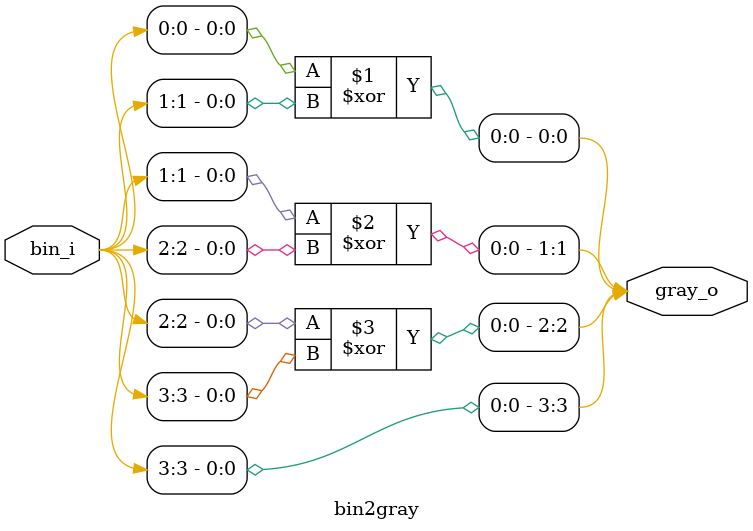
<source format=v>


//  You should have received a copy of the GNU General Public License along
//  with this program; if not, write to the Free Software Foundation, Inc.,
//  51 Franklin Street, Fifth Floor, Boston, MA 02110-1301 USA.
//
`ifndef BIN2GRAY_V
`define BIN2GRAY_V

module bin2gray #
(
  parameter WIDTH = 4 // Here is the address width for pointer
)
(
  input [WIDTH-1:0] bin_i,
  output [WIDTH-1:0] gray_o
);

// Main conversion logic:
// MSB is the same
assign gray_o[WIDTH-1] = bin_i[WIDTH-1];
// Generate the rest of logic
// XOR for the rest bits
genvar i;
generate
  for (i = 0; i < WIDTH-1; i = i + 1) begin: generate_block
    assign gray_o[i] = bin_i[i] ^ bin_i[i+1];
  end
endgenerate

endmodule // bin2gray

`endif // BIN2GRAY_V

</source>
